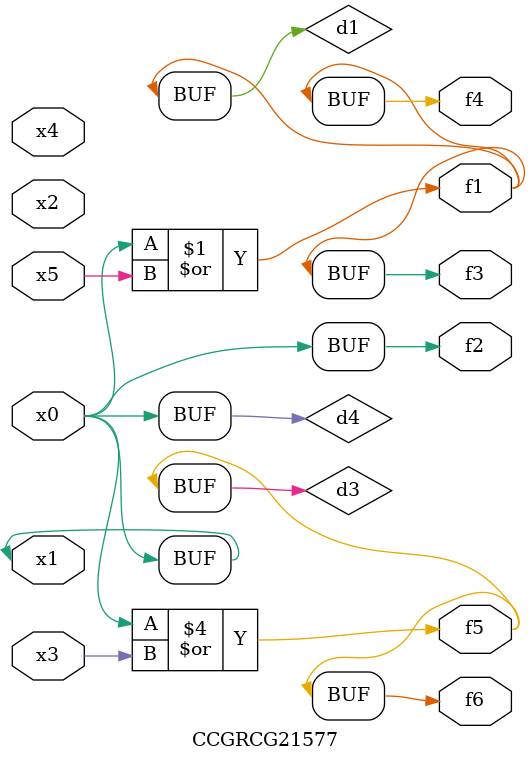
<source format=v>
module CCGRCG21577(
	input x0, x1, x2, x3, x4, x5,
	output f1, f2, f3, f4, f5, f6
);

	wire d1, d2, d3, d4;

	or (d1, x0, x5);
	xnor (d2, x1, x4);
	or (d3, x0, x3);
	buf (d4, x0, x1);
	assign f1 = d1;
	assign f2 = d4;
	assign f3 = d1;
	assign f4 = d1;
	assign f5 = d3;
	assign f6 = d3;
endmodule

</source>
